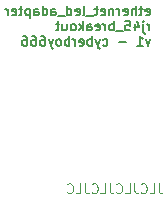
<source format=gbr>
%TF.GenerationSoftware,KiCad,Pcbnew,7.0.9*%
%TF.CreationDate,2024-01-22T18:23:32+13:00*%
%TF.ProjectId,rj45_breakout,726a3435-5f62-4726-9561-6b6f75742e6b,rev?*%
%TF.SameCoordinates,Original*%
%TF.FileFunction,Legend,Bot*%
%TF.FilePolarity,Positive*%
%FSLAX46Y46*%
G04 Gerber Fmt 4.6, Leading zero omitted, Abs format (unit mm)*
G04 Created by KiCad (PCBNEW 7.0.9) date 2024-01-22 18:23:32*
%MOMM*%
%LPD*%
G01*
G04 APERTURE LIST*
%ADD10C,0.150000*%
%ADD11C,0.040000*%
G04 APERTURE END LIST*
D10*
X54136077Y-41280200D02*
X54212268Y-41318295D01*
X54212268Y-41318295D02*
X54364649Y-41318295D01*
X54364649Y-41318295D02*
X54440839Y-41280200D01*
X54440839Y-41280200D02*
X54478935Y-41204009D01*
X54478935Y-41204009D02*
X54478935Y-40899247D01*
X54478935Y-40899247D02*
X54440839Y-40823057D01*
X54440839Y-40823057D02*
X54364649Y-40784961D01*
X54364649Y-40784961D02*
X54212268Y-40784961D01*
X54212268Y-40784961D02*
X54136077Y-40823057D01*
X54136077Y-40823057D02*
X54097982Y-40899247D01*
X54097982Y-40899247D02*
X54097982Y-40975438D01*
X54097982Y-40975438D02*
X54478935Y-41051628D01*
X53869411Y-40784961D02*
X53564649Y-40784961D01*
X53755125Y-40518295D02*
X53755125Y-41204009D01*
X53755125Y-41204009D02*
X53717030Y-41280200D01*
X53717030Y-41280200D02*
X53640840Y-41318295D01*
X53640840Y-41318295D02*
X53564649Y-41318295D01*
X53297982Y-41318295D02*
X53297982Y-40518295D01*
X52955125Y-41318295D02*
X52955125Y-40899247D01*
X52955125Y-40899247D02*
X52993220Y-40823057D01*
X52993220Y-40823057D02*
X53069411Y-40784961D01*
X53069411Y-40784961D02*
X53183697Y-40784961D01*
X53183697Y-40784961D02*
X53259887Y-40823057D01*
X53259887Y-40823057D02*
X53297982Y-40861152D01*
X52269410Y-41280200D02*
X52345601Y-41318295D01*
X52345601Y-41318295D02*
X52497982Y-41318295D01*
X52497982Y-41318295D02*
X52574172Y-41280200D01*
X52574172Y-41280200D02*
X52612268Y-41204009D01*
X52612268Y-41204009D02*
X52612268Y-40899247D01*
X52612268Y-40899247D02*
X52574172Y-40823057D01*
X52574172Y-40823057D02*
X52497982Y-40784961D01*
X52497982Y-40784961D02*
X52345601Y-40784961D01*
X52345601Y-40784961D02*
X52269410Y-40823057D01*
X52269410Y-40823057D02*
X52231315Y-40899247D01*
X52231315Y-40899247D02*
X52231315Y-40975438D01*
X52231315Y-40975438D02*
X52612268Y-41051628D01*
X51888458Y-41318295D02*
X51888458Y-40784961D01*
X51888458Y-40937342D02*
X51850363Y-40861152D01*
X51850363Y-40861152D02*
X51812268Y-40823057D01*
X51812268Y-40823057D02*
X51736077Y-40784961D01*
X51736077Y-40784961D02*
X51659887Y-40784961D01*
X51393220Y-40784961D02*
X51393220Y-41318295D01*
X51393220Y-40861152D02*
X51355125Y-40823057D01*
X51355125Y-40823057D02*
X51278935Y-40784961D01*
X51278935Y-40784961D02*
X51164649Y-40784961D01*
X51164649Y-40784961D02*
X51088458Y-40823057D01*
X51088458Y-40823057D02*
X51050363Y-40899247D01*
X51050363Y-40899247D02*
X51050363Y-41318295D01*
X50364648Y-41280200D02*
X50440839Y-41318295D01*
X50440839Y-41318295D02*
X50593220Y-41318295D01*
X50593220Y-41318295D02*
X50669410Y-41280200D01*
X50669410Y-41280200D02*
X50707506Y-41204009D01*
X50707506Y-41204009D02*
X50707506Y-40899247D01*
X50707506Y-40899247D02*
X50669410Y-40823057D01*
X50669410Y-40823057D02*
X50593220Y-40784961D01*
X50593220Y-40784961D02*
X50440839Y-40784961D01*
X50440839Y-40784961D02*
X50364648Y-40823057D01*
X50364648Y-40823057D02*
X50326553Y-40899247D01*
X50326553Y-40899247D02*
X50326553Y-40975438D01*
X50326553Y-40975438D02*
X50707506Y-41051628D01*
X50097982Y-40784961D02*
X49793220Y-40784961D01*
X49983696Y-40518295D02*
X49983696Y-41204009D01*
X49983696Y-41204009D02*
X49945601Y-41280200D01*
X49945601Y-41280200D02*
X49869411Y-41318295D01*
X49869411Y-41318295D02*
X49793220Y-41318295D01*
X49717030Y-41394485D02*
X49107506Y-41394485D01*
X48802744Y-41318295D02*
X48878934Y-41280200D01*
X48878934Y-41280200D02*
X48917029Y-41204009D01*
X48917029Y-41204009D02*
X48917029Y-40518295D01*
X48193219Y-41280200D02*
X48269410Y-41318295D01*
X48269410Y-41318295D02*
X48421791Y-41318295D01*
X48421791Y-41318295D02*
X48497981Y-41280200D01*
X48497981Y-41280200D02*
X48536077Y-41204009D01*
X48536077Y-41204009D02*
X48536077Y-40899247D01*
X48536077Y-40899247D02*
X48497981Y-40823057D01*
X48497981Y-40823057D02*
X48421791Y-40784961D01*
X48421791Y-40784961D02*
X48269410Y-40784961D01*
X48269410Y-40784961D02*
X48193219Y-40823057D01*
X48193219Y-40823057D02*
X48155124Y-40899247D01*
X48155124Y-40899247D02*
X48155124Y-40975438D01*
X48155124Y-40975438D02*
X48536077Y-41051628D01*
X47469410Y-41318295D02*
X47469410Y-40518295D01*
X47469410Y-41280200D02*
X47545601Y-41318295D01*
X47545601Y-41318295D02*
X47697982Y-41318295D01*
X47697982Y-41318295D02*
X47774172Y-41280200D01*
X47774172Y-41280200D02*
X47812267Y-41242104D01*
X47812267Y-41242104D02*
X47850363Y-41165914D01*
X47850363Y-41165914D02*
X47850363Y-40937342D01*
X47850363Y-40937342D02*
X47812267Y-40861152D01*
X47812267Y-40861152D02*
X47774172Y-40823057D01*
X47774172Y-40823057D02*
X47697982Y-40784961D01*
X47697982Y-40784961D02*
X47545601Y-40784961D01*
X47545601Y-40784961D02*
X47469410Y-40823057D01*
X47278934Y-41394485D02*
X46669410Y-41394485D01*
X46136076Y-41318295D02*
X46136076Y-40899247D01*
X46136076Y-40899247D02*
X46174171Y-40823057D01*
X46174171Y-40823057D02*
X46250362Y-40784961D01*
X46250362Y-40784961D02*
X46402743Y-40784961D01*
X46402743Y-40784961D02*
X46478933Y-40823057D01*
X46136076Y-41280200D02*
X46212267Y-41318295D01*
X46212267Y-41318295D02*
X46402743Y-41318295D01*
X46402743Y-41318295D02*
X46478933Y-41280200D01*
X46478933Y-41280200D02*
X46517029Y-41204009D01*
X46517029Y-41204009D02*
X46517029Y-41127819D01*
X46517029Y-41127819D02*
X46478933Y-41051628D01*
X46478933Y-41051628D02*
X46402743Y-41013533D01*
X46402743Y-41013533D02*
X46212267Y-41013533D01*
X46212267Y-41013533D02*
X46136076Y-40975438D01*
X45412266Y-41318295D02*
X45412266Y-40518295D01*
X45412266Y-41280200D02*
X45488457Y-41318295D01*
X45488457Y-41318295D02*
X45640838Y-41318295D01*
X45640838Y-41318295D02*
X45717028Y-41280200D01*
X45717028Y-41280200D02*
X45755123Y-41242104D01*
X45755123Y-41242104D02*
X45793219Y-41165914D01*
X45793219Y-41165914D02*
X45793219Y-40937342D01*
X45793219Y-40937342D02*
X45755123Y-40861152D01*
X45755123Y-40861152D02*
X45717028Y-40823057D01*
X45717028Y-40823057D02*
X45640838Y-40784961D01*
X45640838Y-40784961D02*
X45488457Y-40784961D01*
X45488457Y-40784961D02*
X45412266Y-40823057D01*
X44688456Y-41318295D02*
X44688456Y-40899247D01*
X44688456Y-40899247D02*
X44726551Y-40823057D01*
X44726551Y-40823057D02*
X44802742Y-40784961D01*
X44802742Y-40784961D02*
X44955123Y-40784961D01*
X44955123Y-40784961D02*
X45031313Y-40823057D01*
X44688456Y-41280200D02*
X44764647Y-41318295D01*
X44764647Y-41318295D02*
X44955123Y-41318295D01*
X44955123Y-41318295D02*
X45031313Y-41280200D01*
X45031313Y-41280200D02*
X45069409Y-41204009D01*
X45069409Y-41204009D02*
X45069409Y-41127819D01*
X45069409Y-41127819D02*
X45031313Y-41051628D01*
X45031313Y-41051628D02*
X44955123Y-41013533D01*
X44955123Y-41013533D02*
X44764647Y-41013533D01*
X44764647Y-41013533D02*
X44688456Y-40975438D01*
X44307503Y-40784961D02*
X44307503Y-41584961D01*
X44307503Y-40823057D02*
X44231313Y-40784961D01*
X44231313Y-40784961D02*
X44078932Y-40784961D01*
X44078932Y-40784961D02*
X44002741Y-40823057D01*
X44002741Y-40823057D02*
X43964646Y-40861152D01*
X43964646Y-40861152D02*
X43926551Y-40937342D01*
X43926551Y-40937342D02*
X43926551Y-41165914D01*
X43926551Y-41165914D02*
X43964646Y-41242104D01*
X43964646Y-41242104D02*
X44002741Y-41280200D01*
X44002741Y-41280200D02*
X44078932Y-41318295D01*
X44078932Y-41318295D02*
X44231313Y-41318295D01*
X44231313Y-41318295D02*
X44307503Y-41280200D01*
X43697979Y-40784961D02*
X43393217Y-40784961D01*
X43583693Y-40518295D02*
X43583693Y-41204009D01*
X43583693Y-41204009D02*
X43545598Y-41280200D01*
X43545598Y-41280200D02*
X43469408Y-41318295D01*
X43469408Y-41318295D02*
X43393217Y-41318295D01*
X42821788Y-41280200D02*
X42897979Y-41318295D01*
X42897979Y-41318295D02*
X43050360Y-41318295D01*
X43050360Y-41318295D02*
X43126550Y-41280200D01*
X43126550Y-41280200D02*
X43164646Y-41204009D01*
X43164646Y-41204009D02*
X43164646Y-40899247D01*
X43164646Y-40899247D02*
X43126550Y-40823057D01*
X43126550Y-40823057D02*
X43050360Y-40784961D01*
X43050360Y-40784961D02*
X42897979Y-40784961D01*
X42897979Y-40784961D02*
X42821788Y-40823057D01*
X42821788Y-40823057D02*
X42783693Y-40899247D01*
X42783693Y-40899247D02*
X42783693Y-40975438D01*
X42783693Y-40975438D02*
X43164646Y-41051628D01*
X42440836Y-41318295D02*
X42440836Y-40784961D01*
X42440836Y-40937342D02*
X42402741Y-40861152D01*
X42402741Y-40861152D02*
X42364646Y-40823057D01*
X42364646Y-40823057D02*
X42288455Y-40784961D01*
X42288455Y-40784961D02*
X42212265Y-40784961D01*
X54440839Y-42606295D02*
X54440839Y-42072961D01*
X54440839Y-42225342D02*
X54402744Y-42149152D01*
X54402744Y-42149152D02*
X54364649Y-42111057D01*
X54364649Y-42111057D02*
X54288458Y-42072961D01*
X54288458Y-42072961D02*
X54212268Y-42072961D01*
X53945601Y-42072961D02*
X53945601Y-42758676D01*
X53945601Y-42758676D02*
X53983697Y-42834866D01*
X53983697Y-42834866D02*
X54059887Y-42872961D01*
X54059887Y-42872961D02*
X54097982Y-42872961D01*
X53945601Y-41806295D02*
X53983697Y-41844390D01*
X53983697Y-41844390D02*
X53945601Y-41882485D01*
X53945601Y-41882485D02*
X53907506Y-41844390D01*
X53907506Y-41844390D02*
X53945601Y-41806295D01*
X53945601Y-41806295D02*
X53945601Y-41882485D01*
X53221792Y-42072961D02*
X53221792Y-42606295D01*
X53412268Y-41768200D02*
X53602745Y-42339628D01*
X53602745Y-42339628D02*
X53107506Y-42339628D01*
X52421792Y-41806295D02*
X52802744Y-41806295D01*
X52802744Y-41806295D02*
X52840840Y-42187247D01*
X52840840Y-42187247D02*
X52802744Y-42149152D01*
X52802744Y-42149152D02*
X52726554Y-42111057D01*
X52726554Y-42111057D02*
X52536078Y-42111057D01*
X52536078Y-42111057D02*
X52459887Y-42149152D01*
X52459887Y-42149152D02*
X52421792Y-42187247D01*
X52421792Y-42187247D02*
X52383697Y-42263438D01*
X52383697Y-42263438D02*
X52383697Y-42453914D01*
X52383697Y-42453914D02*
X52421792Y-42530104D01*
X52421792Y-42530104D02*
X52459887Y-42568200D01*
X52459887Y-42568200D02*
X52536078Y-42606295D01*
X52536078Y-42606295D02*
X52726554Y-42606295D01*
X52726554Y-42606295D02*
X52802744Y-42568200D01*
X52802744Y-42568200D02*
X52840840Y-42530104D01*
X52231316Y-42682485D02*
X51621792Y-42682485D01*
X51431315Y-42606295D02*
X51431315Y-41806295D01*
X51431315Y-42111057D02*
X51355125Y-42072961D01*
X51355125Y-42072961D02*
X51202744Y-42072961D01*
X51202744Y-42072961D02*
X51126553Y-42111057D01*
X51126553Y-42111057D02*
X51088458Y-42149152D01*
X51088458Y-42149152D02*
X51050363Y-42225342D01*
X51050363Y-42225342D02*
X51050363Y-42453914D01*
X51050363Y-42453914D02*
X51088458Y-42530104D01*
X51088458Y-42530104D02*
X51126553Y-42568200D01*
X51126553Y-42568200D02*
X51202744Y-42606295D01*
X51202744Y-42606295D02*
X51355125Y-42606295D01*
X51355125Y-42606295D02*
X51431315Y-42568200D01*
X50707505Y-42606295D02*
X50707505Y-42072961D01*
X50707505Y-42225342D02*
X50669410Y-42149152D01*
X50669410Y-42149152D02*
X50631315Y-42111057D01*
X50631315Y-42111057D02*
X50555124Y-42072961D01*
X50555124Y-42072961D02*
X50478934Y-42072961D01*
X49907505Y-42568200D02*
X49983696Y-42606295D01*
X49983696Y-42606295D02*
X50136077Y-42606295D01*
X50136077Y-42606295D02*
X50212267Y-42568200D01*
X50212267Y-42568200D02*
X50250363Y-42492009D01*
X50250363Y-42492009D02*
X50250363Y-42187247D01*
X50250363Y-42187247D02*
X50212267Y-42111057D01*
X50212267Y-42111057D02*
X50136077Y-42072961D01*
X50136077Y-42072961D02*
X49983696Y-42072961D01*
X49983696Y-42072961D02*
X49907505Y-42111057D01*
X49907505Y-42111057D02*
X49869410Y-42187247D01*
X49869410Y-42187247D02*
X49869410Y-42263438D01*
X49869410Y-42263438D02*
X50250363Y-42339628D01*
X49183696Y-42606295D02*
X49183696Y-42187247D01*
X49183696Y-42187247D02*
X49221791Y-42111057D01*
X49221791Y-42111057D02*
X49297982Y-42072961D01*
X49297982Y-42072961D02*
X49450363Y-42072961D01*
X49450363Y-42072961D02*
X49526553Y-42111057D01*
X49183696Y-42568200D02*
X49259887Y-42606295D01*
X49259887Y-42606295D02*
X49450363Y-42606295D01*
X49450363Y-42606295D02*
X49526553Y-42568200D01*
X49526553Y-42568200D02*
X49564649Y-42492009D01*
X49564649Y-42492009D02*
X49564649Y-42415819D01*
X49564649Y-42415819D02*
X49526553Y-42339628D01*
X49526553Y-42339628D02*
X49450363Y-42301533D01*
X49450363Y-42301533D02*
X49259887Y-42301533D01*
X49259887Y-42301533D02*
X49183696Y-42263438D01*
X48802743Y-42606295D02*
X48802743Y-41806295D01*
X48726553Y-42301533D02*
X48497981Y-42606295D01*
X48497981Y-42072961D02*
X48802743Y-42377723D01*
X48040839Y-42606295D02*
X48117029Y-42568200D01*
X48117029Y-42568200D02*
X48155124Y-42530104D01*
X48155124Y-42530104D02*
X48193220Y-42453914D01*
X48193220Y-42453914D02*
X48193220Y-42225342D01*
X48193220Y-42225342D02*
X48155124Y-42149152D01*
X48155124Y-42149152D02*
X48117029Y-42111057D01*
X48117029Y-42111057D02*
X48040839Y-42072961D01*
X48040839Y-42072961D02*
X47926553Y-42072961D01*
X47926553Y-42072961D02*
X47850362Y-42111057D01*
X47850362Y-42111057D02*
X47812267Y-42149152D01*
X47812267Y-42149152D02*
X47774172Y-42225342D01*
X47774172Y-42225342D02*
X47774172Y-42453914D01*
X47774172Y-42453914D02*
X47812267Y-42530104D01*
X47812267Y-42530104D02*
X47850362Y-42568200D01*
X47850362Y-42568200D02*
X47926553Y-42606295D01*
X47926553Y-42606295D02*
X48040839Y-42606295D01*
X47088457Y-42072961D02*
X47088457Y-42606295D01*
X47431314Y-42072961D02*
X47431314Y-42492009D01*
X47431314Y-42492009D02*
X47393219Y-42568200D01*
X47393219Y-42568200D02*
X47317029Y-42606295D01*
X47317029Y-42606295D02*
X47202743Y-42606295D01*
X47202743Y-42606295D02*
X47126552Y-42568200D01*
X47126552Y-42568200D02*
X47088457Y-42530104D01*
X46821790Y-42072961D02*
X46517028Y-42072961D01*
X46707504Y-41806295D02*
X46707504Y-42492009D01*
X46707504Y-42492009D02*
X46669409Y-42568200D01*
X46669409Y-42568200D02*
X46593219Y-42606295D01*
X46593219Y-42606295D02*
X46517028Y-42606295D01*
X54517030Y-43360961D02*
X54326554Y-43894295D01*
X54326554Y-43894295D02*
X54136077Y-43360961D01*
X53412268Y-43894295D02*
X53869411Y-43894295D01*
X53640839Y-43894295D02*
X53640839Y-43094295D01*
X53640839Y-43094295D02*
X53717030Y-43208580D01*
X53717030Y-43208580D02*
X53793220Y-43284771D01*
X53793220Y-43284771D02*
X53869411Y-43322866D01*
X52459886Y-43589533D02*
X51850363Y-43589533D01*
X50517029Y-43856200D02*
X50593220Y-43894295D01*
X50593220Y-43894295D02*
X50745601Y-43894295D01*
X50745601Y-43894295D02*
X50821791Y-43856200D01*
X50821791Y-43856200D02*
X50859886Y-43818104D01*
X50859886Y-43818104D02*
X50897982Y-43741914D01*
X50897982Y-43741914D02*
X50897982Y-43513342D01*
X50897982Y-43513342D02*
X50859886Y-43437152D01*
X50859886Y-43437152D02*
X50821791Y-43399057D01*
X50821791Y-43399057D02*
X50745601Y-43360961D01*
X50745601Y-43360961D02*
X50593220Y-43360961D01*
X50593220Y-43360961D02*
X50517029Y-43399057D01*
X50250363Y-43360961D02*
X50059887Y-43894295D01*
X49869410Y-43360961D02*
X50059887Y-43894295D01*
X50059887Y-43894295D02*
X50136077Y-44084771D01*
X50136077Y-44084771D02*
X50174172Y-44122866D01*
X50174172Y-44122866D02*
X50250363Y-44160961D01*
X49564648Y-43894295D02*
X49564648Y-43094295D01*
X49564648Y-43399057D02*
X49488458Y-43360961D01*
X49488458Y-43360961D02*
X49336077Y-43360961D01*
X49336077Y-43360961D02*
X49259886Y-43399057D01*
X49259886Y-43399057D02*
X49221791Y-43437152D01*
X49221791Y-43437152D02*
X49183696Y-43513342D01*
X49183696Y-43513342D02*
X49183696Y-43741914D01*
X49183696Y-43741914D02*
X49221791Y-43818104D01*
X49221791Y-43818104D02*
X49259886Y-43856200D01*
X49259886Y-43856200D02*
X49336077Y-43894295D01*
X49336077Y-43894295D02*
X49488458Y-43894295D01*
X49488458Y-43894295D02*
X49564648Y-43856200D01*
X48536076Y-43856200D02*
X48612267Y-43894295D01*
X48612267Y-43894295D02*
X48764648Y-43894295D01*
X48764648Y-43894295D02*
X48840838Y-43856200D01*
X48840838Y-43856200D02*
X48878934Y-43780009D01*
X48878934Y-43780009D02*
X48878934Y-43475247D01*
X48878934Y-43475247D02*
X48840838Y-43399057D01*
X48840838Y-43399057D02*
X48764648Y-43360961D01*
X48764648Y-43360961D02*
X48612267Y-43360961D01*
X48612267Y-43360961D02*
X48536076Y-43399057D01*
X48536076Y-43399057D02*
X48497981Y-43475247D01*
X48497981Y-43475247D02*
X48497981Y-43551438D01*
X48497981Y-43551438D02*
X48878934Y-43627628D01*
X48155124Y-43894295D02*
X48155124Y-43360961D01*
X48155124Y-43513342D02*
X48117029Y-43437152D01*
X48117029Y-43437152D02*
X48078934Y-43399057D01*
X48078934Y-43399057D02*
X48002743Y-43360961D01*
X48002743Y-43360961D02*
X47926553Y-43360961D01*
X47659886Y-43894295D02*
X47659886Y-43094295D01*
X47659886Y-43399057D02*
X47583696Y-43360961D01*
X47583696Y-43360961D02*
X47431315Y-43360961D01*
X47431315Y-43360961D02*
X47355124Y-43399057D01*
X47355124Y-43399057D02*
X47317029Y-43437152D01*
X47317029Y-43437152D02*
X47278934Y-43513342D01*
X47278934Y-43513342D02*
X47278934Y-43741914D01*
X47278934Y-43741914D02*
X47317029Y-43818104D01*
X47317029Y-43818104D02*
X47355124Y-43856200D01*
X47355124Y-43856200D02*
X47431315Y-43894295D01*
X47431315Y-43894295D02*
X47583696Y-43894295D01*
X47583696Y-43894295D02*
X47659886Y-43856200D01*
X46821791Y-43894295D02*
X46897981Y-43856200D01*
X46897981Y-43856200D02*
X46936076Y-43818104D01*
X46936076Y-43818104D02*
X46974172Y-43741914D01*
X46974172Y-43741914D02*
X46974172Y-43513342D01*
X46974172Y-43513342D02*
X46936076Y-43437152D01*
X46936076Y-43437152D02*
X46897981Y-43399057D01*
X46897981Y-43399057D02*
X46821791Y-43360961D01*
X46821791Y-43360961D02*
X46707505Y-43360961D01*
X46707505Y-43360961D02*
X46631314Y-43399057D01*
X46631314Y-43399057D02*
X46593219Y-43437152D01*
X46593219Y-43437152D02*
X46555124Y-43513342D01*
X46555124Y-43513342D02*
X46555124Y-43741914D01*
X46555124Y-43741914D02*
X46593219Y-43818104D01*
X46593219Y-43818104D02*
X46631314Y-43856200D01*
X46631314Y-43856200D02*
X46707505Y-43894295D01*
X46707505Y-43894295D02*
X46821791Y-43894295D01*
X46288457Y-43360961D02*
X46097981Y-43894295D01*
X45907504Y-43360961D02*
X46097981Y-43894295D01*
X46097981Y-43894295D02*
X46174171Y-44084771D01*
X46174171Y-44084771D02*
X46212266Y-44122866D01*
X46212266Y-44122866D02*
X46288457Y-44160961D01*
X45259885Y-43094295D02*
X45412266Y-43094295D01*
X45412266Y-43094295D02*
X45488457Y-43132390D01*
X45488457Y-43132390D02*
X45526552Y-43170485D01*
X45526552Y-43170485D02*
X45602742Y-43284771D01*
X45602742Y-43284771D02*
X45640838Y-43437152D01*
X45640838Y-43437152D02*
X45640838Y-43741914D01*
X45640838Y-43741914D02*
X45602742Y-43818104D01*
X45602742Y-43818104D02*
X45564647Y-43856200D01*
X45564647Y-43856200D02*
X45488457Y-43894295D01*
X45488457Y-43894295D02*
X45336076Y-43894295D01*
X45336076Y-43894295D02*
X45259885Y-43856200D01*
X45259885Y-43856200D02*
X45221790Y-43818104D01*
X45221790Y-43818104D02*
X45183695Y-43741914D01*
X45183695Y-43741914D02*
X45183695Y-43551438D01*
X45183695Y-43551438D02*
X45221790Y-43475247D01*
X45221790Y-43475247D02*
X45259885Y-43437152D01*
X45259885Y-43437152D02*
X45336076Y-43399057D01*
X45336076Y-43399057D02*
X45488457Y-43399057D01*
X45488457Y-43399057D02*
X45564647Y-43437152D01*
X45564647Y-43437152D02*
X45602742Y-43475247D01*
X45602742Y-43475247D02*
X45640838Y-43551438D01*
X44497980Y-43094295D02*
X44650361Y-43094295D01*
X44650361Y-43094295D02*
X44726552Y-43132390D01*
X44726552Y-43132390D02*
X44764647Y-43170485D01*
X44764647Y-43170485D02*
X44840837Y-43284771D01*
X44840837Y-43284771D02*
X44878933Y-43437152D01*
X44878933Y-43437152D02*
X44878933Y-43741914D01*
X44878933Y-43741914D02*
X44840837Y-43818104D01*
X44840837Y-43818104D02*
X44802742Y-43856200D01*
X44802742Y-43856200D02*
X44726552Y-43894295D01*
X44726552Y-43894295D02*
X44574171Y-43894295D01*
X44574171Y-43894295D02*
X44497980Y-43856200D01*
X44497980Y-43856200D02*
X44459885Y-43818104D01*
X44459885Y-43818104D02*
X44421790Y-43741914D01*
X44421790Y-43741914D02*
X44421790Y-43551438D01*
X44421790Y-43551438D02*
X44459885Y-43475247D01*
X44459885Y-43475247D02*
X44497980Y-43437152D01*
X44497980Y-43437152D02*
X44574171Y-43399057D01*
X44574171Y-43399057D02*
X44726552Y-43399057D01*
X44726552Y-43399057D02*
X44802742Y-43437152D01*
X44802742Y-43437152D02*
X44840837Y-43475247D01*
X44840837Y-43475247D02*
X44878933Y-43551438D01*
X43736075Y-43094295D02*
X43888456Y-43094295D01*
X43888456Y-43094295D02*
X43964647Y-43132390D01*
X43964647Y-43132390D02*
X44002742Y-43170485D01*
X44002742Y-43170485D02*
X44078932Y-43284771D01*
X44078932Y-43284771D02*
X44117028Y-43437152D01*
X44117028Y-43437152D02*
X44117028Y-43741914D01*
X44117028Y-43741914D02*
X44078932Y-43818104D01*
X44078932Y-43818104D02*
X44040837Y-43856200D01*
X44040837Y-43856200D02*
X43964647Y-43894295D01*
X43964647Y-43894295D02*
X43812266Y-43894295D01*
X43812266Y-43894295D02*
X43736075Y-43856200D01*
X43736075Y-43856200D02*
X43697980Y-43818104D01*
X43697980Y-43818104D02*
X43659885Y-43741914D01*
X43659885Y-43741914D02*
X43659885Y-43551438D01*
X43659885Y-43551438D02*
X43697980Y-43475247D01*
X43697980Y-43475247D02*
X43736075Y-43437152D01*
X43736075Y-43437152D02*
X43812266Y-43399057D01*
X43812266Y-43399057D02*
X43964647Y-43399057D01*
X43964647Y-43399057D02*
X44040837Y-43437152D01*
X44040837Y-43437152D02*
X44078932Y-43475247D01*
X44078932Y-43475247D02*
X44117028Y-43551438D01*
D11*
X55241428Y-55562641D02*
X55241428Y-56141212D01*
X55241428Y-56141212D02*
X55279999Y-56256927D01*
X55279999Y-56256927D02*
X55357142Y-56334070D01*
X55357142Y-56334070D02*
X55472856Y-56372641D01*
X55472856Y-56372641D02*
X55549999Y-56372641D01*
X54469999Y-56372641D02*
X54855713Y-56372641D01*
X54855713Y-56372641D02*
X54855713Y-55562641D01*
X53737142Y-56295498D02*
X53775714Y-56334070D01*
X53775714Y-56334070D02*
X53891428Y-56372641D01*
X53891428Y-56372641D02*
X53968571Y-56372641D01*
X53968571Y-56372641D02*
X54084285Y-56334070D01*
X54084285Y-56334070D02*
X54161428Y-56256927D01*
X54161428Y-56256927D02*
X54199999Y-56179784D01*
X54199999Y-56179784D02*
X54238571Y-56025498D01*
X54238571Y-56025498D02*
X54238571Y-55909784D01*
X54238571Y-55909784D02*
X54199999Y-55755498D01*
X54199999Y-55755498D02*
X54161428Y-55678355D01*
X54161428Y-55678355D02*
X54084285Y-55601212D01*
X54084285Y-55601212D02*
X53968571Y-55562641D01*
X53968571Y-55562641D02*
X53891428Y-55562641D01*
X53891428Y-55562641D02*
X53775714Y-55601212D01*
X53775714Y-55601212D02*
X53737142Y-55639784D01*
X53158571Y-55562641D02*
X53158571Y-56141212D01*
X53158571Y-56141212D02*
X53197142Y-56256927D01*
X53197142Y-56256927D02*
X53274285Y-56334070D01*
X53274285Y-56334070D02*
X53389999Y-56372641D01*
X53389999Y-56372641D02*
X53467142Y-56372641D01*
X52387142Y-56372641D02*
X52772856Y-56372641D01*
X52772856Y-56372641D02*
X52772856Y-55562641D01*
X51654285Y-56295498D02*
X51692857Y-56334070D01*
X51692857Y-56334070D02*
X51808571Y-56372641D01*
X51808571Y-56372641D02*
X51885714Y-56372641D01*
X51885714Y-56372641D02*
X52001428Y-56334070D01*
X52001428Y-56334070D02*
X52078571Y-56256927D01*
X52078571Y-56256927D02*
X52117142Y-56179784D01*
X52117142Y-56179784D02*
X52155714Y-56025498D01*
X52155714Y-56025498D02*
X52155714Y-55909784D01*
X52155714Y-55909784D02*
X52117142Y-55755498D01*
X52117142Y-55755498D02*
X52078571Y-55678355D01*
X52078571Y-55678355D02*
X52001428Y-55601212D01*
X52001428Y-55601212D02*
X51885714Y-55562641D01*
X51885714Y-55562641D02*
X51808571Y-55562641D01*
X51808571Y-55562641D02*
X51692857Y-55601212D01*
X51692857Y-55601212D02*
X51654285Y-55639784D01*
X51075714Y-55562641D02*
X51075714Y-56141212D01*
X51075714Y-56141212D02*
X51114285Y-56256927D01*
X51114285Y-56256927D02*
X51191428Y-56334070D01*
X51191428Y-56334070D02*
X51307142Y-56372641D01*
X51307142Y-56372641D02*
X51384285Y-56372641D01*
X50304285Y-56372641D02*
X50689999Y-56372641D01*
X50689999Y-56372641D02*
X50689999Y-55562641D01*
X49571428Y-56295498D02*
X49610000Y-56334070D01*
X49610000Y-56334070D02*
X49725714Y-56372641D01*
X49725714Y-56372641D02*
X49802857Y-56372641D01*
X49802857Y-56372641D02*
X49918571Y-56334070D01*
X49918571Y-56334070D02*
X49995714Y-56256927D01*
X49995714Y-56256927D02*
X50034285Y-56179784D01*
X50034285Y-56179784D02*
X50072857Y-56025498D01*
X50072857Y-56025498D02*
X50072857Y-55909784D01*
X50072857Y-55909784D02*
X50034285Y-55755498D01*
X50034285Y-55755498D02*
X49995714Y-55678355D01*
X49995714Y-55678355D02*
X49918571Y-55601212D01*
X49918571Y-55601212D02*
X49802857Y-55562641D01*
X49802857Y-55562641D02*
X49725714Y-55562641D01*
X49725714Y-55562641D02*
X49610000Y-55601212D01*
X49610000Y-55601212D02*
X49571428Y-55639784D01*
X48992857Y-55562641D02*
X48992857Y-56141212D01*
X48992857Y-56141212D02*
X49031428Y-56256927D01*
X49031428Y-56256927D02*
X49108571Y-56334070D01*
X49108571Y-56334070D02*
X49224285Y-56372641D01*
X49224285Y-56372641D02*
X49301428Y-56372641D01*
X48221428Y-56372641D02*
X48607142Y-56372641D01*
X48607142Y-56372641D02*
X48607142Y-55562641D01*
X47488571Y-56295498D02*
X47527143Y-56334070D01*
X47527143Y-56334070D02*
X47642857Y-56372641D01*
X47642857Y-56372641D02*
X47720000Y-56372641D01*
X47720000Y-56372641D02*
X47835714Y-56334070D01*
X47835714Y-56334070D02*
X47912857Y-56256927D01*
X47912857Y-56256927D02*
X47951428Y-56179784D01*
X47951428Y-56179784D02*
X47990000Y-56025498D01*
X47990000Y-56025498D02*
X47990000Y-55909784D01*
X47990000Y-55909784D02*
X47951428Y-55755498D01*
X47951428Y-55755498D02*
X47912857Y-55678355D01*
X47912857Y-55678355D02*
X47835714Y-55601212D01*
X47835714Y-55601212D02*
X47720000Y-55562641D01*
X47720000Y-55562641D02*
X47642857Y-55562641D01*
X47642857Y-55562641D02*
X47527143Y-55601212D01*
X47527143Y-55601212D02*
X47488571Y-55639784D01*
M02*

</source>
